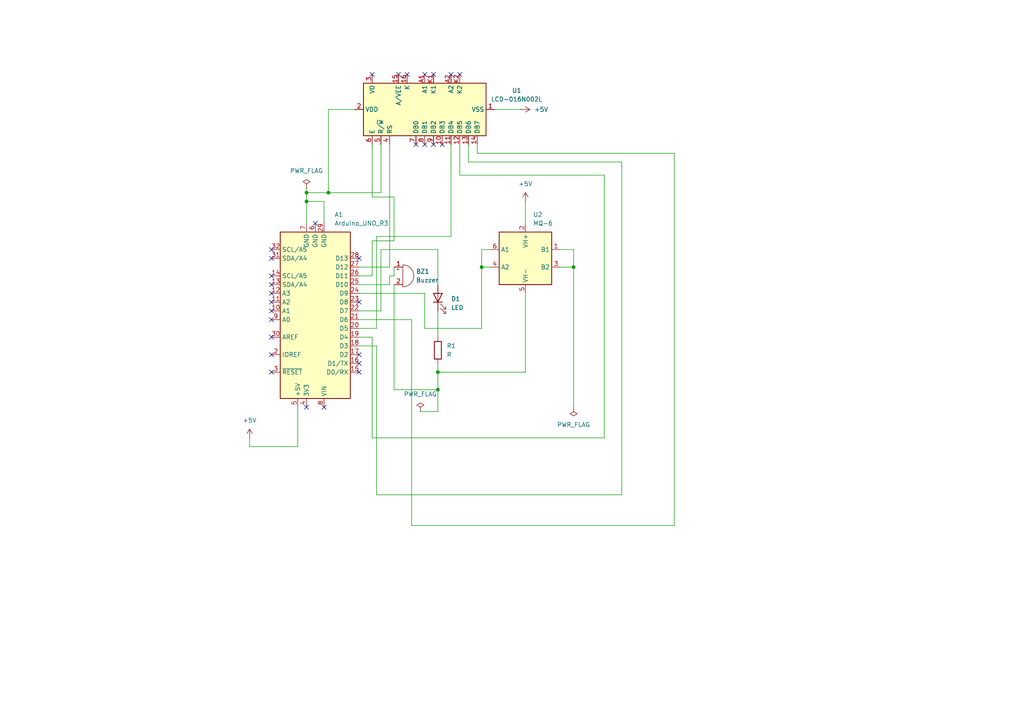
<source format=kicad_sch>
(kicad_sch (version 20231120) (generator "eeschema") (generator_version "8.0")
  (paper "A4")
  (lib_symbols
    (symbol "Device:Buzzer" (pin_names (offset 0.0254) hide)
      (property "Reference" "BZ" (at 3.81 1.27 0))
      (property "Value" "Buzzer" (at 3.81 -1.27 0))
      (symbol "Buzzer_0_1"
        (arc (start 0 -3.175) (mid 3.1612 0) (end 0 3.175))
        (polyline (pts (xy -1.651 1.905) (xy -1.143 1.905)))
        (polyline (pts (xy -1.397 2.159) (xy -1.397 1.651)))
        (polyline (pts (xy 0 3.175) (xy 0 -3.175)))
      )
      (symbol "Buzzer_1_1"
        (pin passive line (at -2.54 2.54 0) (length 2.54) (name "+") (number "1"))
        (pin passive line (at -2.54 -2.54 0) (length 2.54) (name "-") (number "2"))
      )
    )
    (symbol "Device:LED" (pin_numbers hide) (pin_names (offset 1.016) hide)
      (property "Reference" "D" (at 0 2.54 0))
      (property "Value" "LED" (at 0 -2.54 0))
      (symbol "LED_0_1"
        (polyline (pts (xy -1.27 -1.27) (xy -1.27 1.27)) (stroke (width 0.254)))
        (polyline (pts (xy -1.27 0) (xy 1.27 0)))
        (polyline (pts (xy 1.27 -1.27) (xy 1.27 1.27) (xy -1.27 0) (xy 1.27 -1.27)) (stroke (width 0.254)))
        (polyline (pts (xy -3.048 -0.762) (xy -4.572 -2.286) (xy -3.81 -2.286) (xy -4.572 -2.286) (xy -4.572 -1.524)))
        (polyline (pts (xy -1.778 -0.762) (xy -3.302 -2.286) (xy -2.54 -2.286) (xy -3.302 -2.286) (xy -3.302 -1.524)))
      )
      (symbol "LED_1_1"
        (pin passive line (at -3.81 0 0) (length 2.54) (name "K") (number "1"))
        (pin passive line (at 3.81 0 180) (length 2.54) (name "A") (number "2"))
      )
    )
    (symbol "Device:R" (pin_numbers hide) (pin_names (offset 0))
      (property "Reference" "R" (at 2.032 0 90))
      (property "Value" "R" (at 0 0 90))
      (symbol "R_0_1"
        (rectangle (start -1.016 -2.54) (end 1.016 2.54) (stroke (width 0.254)))
      )
      (symbol "R_1_1"
        (pin passive line (at 0 3.81 270) (length 1.27) (name "~") (number "1"))
        (pin passive line (at 0 -3.81 90) (length 1.27) (name "~") (number "2"))
      )
    )
    (symbol "Display_Character:LCD-016N002L"
      (property "Reference" "U" (at -6.35 18.796 0))
      (property "Value" "LCD-016N002L" (at 8.636 18.796 0))
      (symbol "LCD-016N002L_1_1"
        (rectangle (start -7.62 17.78) (end 7.62 -17.78) (stroke (width 0.254)) (fill (type background)))
        (pin power_in line (at 0 -20.32 90) (length 2.54) (name "VSS") (number "1"))
        (pin bidirectional line (at -10.16 -5.08 0) (length 2.54) (name "DB3") (number "10"))
        (pin bidirectional line (at -10.16 -7.62 0) (length 2.54) (name "DB4") (number "11"))
        (pin bidirectional line (at -10.16 -10.16 0) (length 2.54) (name "DB5") (number "12"))
        (pin bidirectional line (at -10.16 -12.7 0) (length 2.54) (name "DB6") (number "13"))
        (pin bidirectional line (at -10.16 -15.24 0) (length 2.54) (name "DB7") (number "14"))
        (pin power_in line (at 10.16 7.62 180) (length 2.54) (name "A/VEE") (number "15"))
        (pin power_in line (at 10.16 5.08 180) (length 2.54) (name "K") (number "16"))
        (pin power_in line (at 0 20.32 270) (length 2.54) (name "VDD") (number "2"))
        (pin input line (at 10.16 15.24 180) (length 2.54) (name "VO") (number "3"))
        (pin input line (at -10.16 10.16 0) (length 2.54) (name "RS") (number "4"))
        (pin input line (at -10.16 12.7 0) (length 2.54) (name "R/~{W}") (number "5"))
        (pin input line (at -10.16 15.24 0) (length 2.54) (name "E") (number "6"))
        (pin bidirectional line (at -10.16 2.54 0) (length 2.54) (name "DB0") (number "7"))
        (pin bidirectional line (at -10.16 0 0) (length 2.54) (name "DB1") (number "8"))
        (pin bidirectional line (at -10.16 -2.54 0) (length 2.54) (name "DB2") (number "9"))
        (pin power_in line (at 10.16 0 180) (length 2.54) (name "A1") (number "A1"))
        (pin power_in line (at 10.16 -7.62 180) (length 2.54) (name "A2") (number "A2"))
        (pin power_in line (at 10.16 -2.54 180) (length 2.54) (name "K1") (number "K1"))
        (pin power_in line (at 10.16 -10.16 180) (length 2.54) (name "K2") (number "K2"))
      )
    )
    (symbol "MCU_Module:Arduino_UNO_R3"
      (property "Reference" "A" (at -10.16 23.495 0))
      (property "Value" "Arduino_UNO_R3" (at 5.08 -26.67 0))
      (symbol "Arduino_UNO_R3_0_1"
        (rectangle (start -10.16 22.86) (end 10.16 -25.4) (stroke (width 0.254)) (fill (type background)))
      )
      (symbol "Arduino_UNO_R3_1_1"
        (pin no_connect line (at -10.16 -20.32 0) (length 2.54) hide (name "NC") (number "1"))
        (pin bidirectional line (at 12.7 -2.54 180) (length 2.54) (name "A1") (number "10"))
        (pin bidirectional line (at 12.7 -5.08 180) (length 2.54) (name "A2") (number "11"))
        (pin bidirectional line (at 12.7 -7.62 180) (length 2.54) (name "A3") (number "12"))
        (pin bidirectional line (at 12.7 -10.16 180) (length 2.54) (name "SDA/A4") (number "13"))
        (pin bidirectional line (at 12.7 -12.7 180) (length 2.54) (name "SCL/A5") (number "14"))
        (pin bidirectional line (at -12.7 15.24 0) (length 2.54) (name "D0/RX") (number "15"))
        (pin bidirectional line (at -12.7 12.7 0) (length 2.54) (name "D1/TX") (number "16"))
        (pin bidirectional line (at -12.7 10.16 0) (length 2.54) (name "D2") (number "17"))
        (pin bidirectional line (at -12.7 7.62 0) (length 2.54) (name "D3") (number "18"))
        (pin bidirectional line (at -12.7 5.08 0) (length 2.54) (name "D4") (number "19"))
        (pin output line (at 12.7 10.16 180) (length 2.54) (name "IOREF") (number "2"))
        (pin bidirectional line (at -12.7 2.54 0) (length 2.54) (name "D5") (number "20"))
        (pin bidirectional line (at -12.7 0 0) (length 2.54) (name "D6") (number "21"))
        (pin bidirectional line (at -12.7 -2.54 0) (length 2.54) (name "D7") (number "22"))
        (pin bidirectional line (at -12.7 -5.08 0) (length 2.54) (name "D8") (number "23"))
        (pin bidirectional line (at -12.7 -7.62 0) (length 2.54) (name "D9") (number "24"))
        (pin bidirectional line (at -12.7 -10.16 0) (length 2.54) (name "D10") (number "25"))
        (pin bidirectional line (at -12.7 -12.7 0) (length 2.54) (name "D11") (number "26"))
        (pin bidirectional line (at -12.7 -15.24 0) (length 2.54) (name "D12") (number "27"))
        (pin bidirectional line (at -12.7 -17.78 0) (length 2.54) (name "D13") (number "28"))
        (pin power_in line (at -2.54 -27.94 90) (length 2.54) (name "GND") (number "29"))
        (pin input line (at 12.7 15.24 180) (length 2.54) (name "~{RESET}") (number "3"))
        (pin input line (at 12.7 5.08 180) (length 2.54) (name "AREF") (number "30"))
        (pin bidirectional line (at 12.7 -17.78 180) (length 2.54) (name "SDA/A4") (number "31"))
        (pin bidirectional line (at 12.7 -20.32 180) (length 2.54) (name "SCL/A5") (number "32"))
        (pin power_out line (at 2.54 25.4 270) (length 2.54) (name "3V3") (number "4"))
        (pin power_out line (at 5.08 25.4 270) (length 2.54) (name "+5V") (number "5"))
        (pin power_in line (at 0 -27.94 90) (length 2.54) (name "GND") (number "6"))
        (pin power_in line (at 2.54 -27.94 90) (length 2.54) (name "GND") (number "7"))
        (pin power_in line (at -2.54 25.4 270) (length 2.54) (name "VIN") (number "8"))
        (pin bidirectional line (at 12.7 0 180) (length 2.54) (name "A0") (number "9"))
      )
    )
    (symbol "Sensor_Gas:MQ-6"
      (property "Reference" "U" (at -6.35 8.89 0))
      (property "Value" "MQ-6" (at 3.81 8.89 0))
      (symbol "MQ-6_0_1"
        (rectangle (start -7.62 7.62) (end 7.62 -7.62) (stroke (width 0.254)) (fill (type background)))
      )
      (symbol "MQ-6_1_1"
        (pin passive line (at 10.16 2.54 180) (length 2.54) (name "B1") (number "1"))
        (pin power_in line (at 0 10.16 270) (length 2.54) (name "VH+") (number "2"))
        (pin passive line (at 10.16 -2.54 180) (length 2.54) (name "B2") (number "3"))
        (pin passive line (at -10.16 -2.54 0) (length 2.54) (name "A2") (number "4"))
        (pin power_in line (at 0 -10.16 90) (length 2.54) (name "VH-") (number "5"))
        (pin passive line (at -10.16 2.54 0) (length 2.54) (name "A1") (number "6"))
      )
    )
    (symbol "power:+5V" (power) (pin_numbers hide) (pin_names (offset 0) hide)
      (property "Value" "+5V" (at 0 3.556 0))
      (symbol "+5V_0_1"
        (polyline (pts (xy -0.762 1.27) (xy 0 2.54)))
        (polyline (pts (xy 0 0) (xy 0 2.54)))
        (polyline (pts (xy 0 2.54) (xy 0.762 1.27)))
      )
      (symbol "+5V_1_1"
        (pin power_in line (at 0 0 90) (length 0) (name "~") (number "1"))
      )
    )
    (symbol "power:PWR_FLAG" (power) (pin_numbers hide) (pin_names (offset 0) hide)
      (property "Value" "PWR_FLAG" (at 0 3.81 0))
      (symbol "PWR_FLAG_0_0"
        (pin power_out line (at 0 0 90) (length 0) (name "~") (number "1"))
      )
      (symbol "PWR_FLAG_0_1"
        (polyline (pts (xy 0 0) (xy 0 1.27) (xy -1.016 1.905) (xy 0 2.54) (xy 1.016 1.905) (xy 0 1.27)))
      )
    )
  )
  (junction (at 127 107.95))
  (junction (at 88.9 55.88))
  (junction (at 95.25 55.88))
  (junction (at 139.7 77.47))
  (junction (at 88.9 58.42))
  (junction (at 166.37 77.47))
  (junction (at 127 113.03))
  (no_connect (at 78.74 72.39))
  (no_connect (at 78.74 80.01))
  (no_connect (at 118.11 21.59))
  (no_connect (at 91.44 64.77))
  (no_connect (at 104.14 107.95))
  (no_connect (at 78.74 92.71))
  (no_connect (at 78.74 107.95))
  (no_connect (at 104.14 105.41))
  (no_connect (at 78.74 74.93))
  (no_connect (at 78.74 97.79))
  (no_connect (at 107.95 21.59))
  (no_connect (at 78.74 102.87))
  (no_connect (at 93.98 118.11))
  (no_connect (at 78.74 82.55))
  (no_connect (at 104.14 74.93))
  (no_connect (at 120.65 41.91))
  (no_connect (at 78.74 87.63))
  (no_connect (at 128.27 41.91))
  (no_connect (at 133.35 21.59))
  (no_connect (at 78.74 90.17))
  (no_connect (at 78.74 85.09))
  (no_connect (at 123.19 21.59))
  (no_connect (at 115.57 21.59))
  (no_connect (at 123.19 41.91))
  (no_connect (at 125.73 21.59))
  (no_connect (at 125.73 41.91))
  (no_connect (at 88.9 118.11))
  (no_connect (at 104.14 102.87))
  (no_connect (at 104.14 87.63))
  (no_connect (at 130.81 21.59))
  (wire (pts (xy 152.4 107.95) (xy 127 107.95)))
  (wire (pts (xy 95.25 31.75) (xy 102.87 31.75)))
  (wire (pts (xy 114.3 69.85) (xy 107.95 69.85)))
  (wire (pts (xy 135.89 41.91) (xy 135.89 46.99)))
  (wire (pts (xy 123.19 85.09) (xy 123.19 95.25)))
  (wire (pts (xy 127 72.39) (xy 110.49 72.39)))
  (wire (pts (xy 107.95 69.85) (xy 107.95 80.01)))
  (wire (pts (xy 175.26 50.8) (xy 133.35 50.8)))
  (wire (pts (xy 109.22 100.33) (xy 104.14 100.33)))
  (wire (pts (xy 104.14 97.79) (xy 107.95 97.79)))
  (wire (pts (xy 109.22 143.51) (xy 109.22 100.33)))
  (wire (pts (xy 86.36 129.54) (xy 86.36 118.11)))
  (wire (pts (xy 110.49 41.91) (xy 110.49 55.88)))
  (wire (pts (xy 113.03 82.55) (xy 113.03 80.01)))
  (wire (pts (xy 107.95 80.01) (xy 104.14 80.01)))
  (wire (pts (xy 88.9 54.61) (xy 88.9 55.88)))
  (wire (pts (xy 195.58 152.4) (xy 195.58 44.45)))
  (wire (pts (xy 93.98 58.42) (xy 93.98 64.77)))
  (wire (pts (xy 109.22 68.58) (xy 109.22 95.25)))
  (wire (pts (xy 138.43 44.45) (xy 138.43 41.91)))
  (wire (pts (xy 133.35 50.8) (xy 133.35 41.91)))
  (wire (pts (xy 95.25 31.75) (xy 95.25 55.88)))
  (wire (pts (xy 113.03 77.47) (xy 104.14 77.47)))
  (wire (pts (xy 110.49 72.39) (xy 110.49 90.17)))
  (wire (pts (xy 113.03 41.91) (xy 113.03 77.47)))
  (wire (pts (xy 110.49 55.88) (xy 95.25 55.88)))
  (wire (pts (xy 152.4 58.42) (xy 152.4 64.77)))
  (wire (pts (xy 127 90.17) (xy 127 97.79)))
  (wire (pts (xy 107.95 97.79) (xy 107.95 127)))
  (wire (pts (xy 166.37 77.47) (xy 162.56 77.47)))
  (wire (pts (xy 88.9 58.42) (xy 88.9 64.77)))
  (wire (pts (xy 72.39 129.54) (xy 86.36 129.54)))
  (wire (pts (xy 123.19 95.25) (xy 139.7 95.25)))
  (wire (pts (xy 162.56 72.39) (xy 166.37 72.39)))
  (wire (pts (xy 72.39 127) (xy 72.39 129.54)))
  (wire (pts (xy 166.37 77.47) (xy 166.37 118.11)))
  (wire (pts (xy 88.9 58.42) (xy 93.98 58.42)))
  (wire (pts (xy 180.34 143.51) (xy 109.22 143.51)))
  (wire (pts (xy 180.34 46.99) (xy 180.34 143.51)))
  (wire (pts (xy 114.3 80.01) (xy 114.3 77.47)))
  (wire (pts (xy 114.3 113.03) (xy 127 113.03)))
  (wire (pts (xy 113.03 80.01) (xy 114.3 80.01)))
  (wire (pts (xy 109.22 95.25) (xy 104.14 95.25)))
  (wire (pts (xy 114.3 82.55) (xy 114.3 113.03)))
  (wire (pts (xy 139.7 77.47) (xy 142.24 77.47)))
  (wire (pts (xy 104.14 85.09) (xy 123.19 85.09)))
  (wire (pts (xy 130.81 68.58) (xy 109.22 68.58)))
  (wire (pts (xy 175.26 127) (xy 175.26 50.8)))
  (wire (pts (xy 166.37 72.39) (xy 166.37 77.47)))
  (wire (pts (xy 195.58 44.45) (xy 138.43 44.45)))
  (wire (pts (xy 104.14 92.71) (xy 119.38 92.71)))
  (wire (pts (xy 135.89 46.99) (xy 180.34 46.99)))
  (wire (pts (xy 139.7 77.47) (xy 139.7 95.25)))
  (wire (pts (xy 139.7 72.39) (xy 139.7 77.47)))
  (wire (pts (xy 88.9 55.88) (xy 88.9 58.42)))
  (wire (pts (xy 104.14 90.17) (xy 110.49 90.17)))
  (wire (pts (xy 130.81 41.91) (xy 130.81 68.58)))
  (wire (pts (xy 127 105.41) (xy 127 107.95)))
  (wire (pts (xy 107.95 127) (xy 175.26 127)))
  (wire (pts (xy 127 82.55) (xy 127 72.39)))
  (wire (pts (xy 119.38 152.4) (xy 195.58 152.4)))
  (wire (pts (xy 152.4 85.09) (xy 152.4 107.95)))
  (wire (pts (xy 143.51 31.75) (xy 151.13 31.75)))
  (wire (pts (xy 127 107.95) (xy 127 113.03)))
  (wire (pts (xy 107.95 41.91) (xy 107.95 57.15)))
  (wire (pts (xy 127 113.03) (xy 127 119.38)))
  (wire (pts (xy 104.14 82.55) (xy 113.03 82.55)))
  (wire (pts (xy 121.92 119.38) (xy 127 119.38)))
  (wire (pts (xy 95.25 55.88) (xy 88.9 55.88)))
  (wire (pts (xy 114.3 57.15) (xy 114.3 69.85)))
  (wire (pts (xy 107.95 57.15) (xy 114.3 57.15)))
  (wire (pts (xy 142.24 72.39) (xy 139.7 72.39)))
  (wire (pts (xy 119.38 92.71) (xy 119.38 152.4)))
  (symbol (lib_id "power:PWR_FLAG") (at 121.92 119.38 0) (unit 1)
    (property "Reference" "#FLG02" (effects (hide yes)))
    (property "Value" "PWR_FLAG" (at 121.92 114.3 0))
    (property "Description" "Special symbol for telling ERC where power comes from" (effects (hide yes)))
  )
  (symbol (lib_id "Device:R") (at 127 101.6 0) (unit 1)
    (property "Reference" "R1" (at 129.54 100.3299 0) (effects (justify left)))
    (property "Value" "R" (at 129.54 102.8699 0) (effects (justify left)))
    (property "Footprint" "Resistor_THT:R_Axial_DIN0207_L6.3mm_D2.5mm_P5.08mm_Vertical" (effects (hide yes)))
    (property "Description" "Resistor" (effects (hide yes)))
  )
  (symbol (lib_id "Sensor_Gas:MQ-6") (at 152.4 74.93 0) (unit 1)
    (property "Reference" "U2" (at 154.5941 62.23 0) (effects (justify left)))
    (property "Value" "MQ-6" (at 154.5941 64.77 0) (effects (justify left)))
    (property "Footprint" "Sensor:MQ-6" (effects (hide yes)))
    (property "Datasheet" "https://www.winsen-sensor.com/d/files/semiconductor/mq-6.pdf" (effects (hide yes)))
    (property "Description" "Semiconductor Sensor for Flammable Gas" (effects (hide yes)))
  )
  (symbol (lib_id "power:PWR_FLAG") (at 166.37 118.11 180) (unit 1)
    (property "Reference" "#FLG03" (effects (hide yes)))
    (property "Value" "PWR_FLAG" (at 166.37 123.19 0))
    (property "Description" "Special symbol for telling ERC where power comes from" (effects (hide yes)))
  )
  (symbol (lib_id "power:+5V") (at 152.4 58.42 0) (unit 1)
    (property "Reference" "#PWR03" (effects (hide yes)))
    (property "Value" "+5V" (at 152.4 53.34 0))
    (property "Description" "Power symbol creates a global label with name \"+5V\"" (effects (hide yes)))
  )
  (symbol (lib_id "power:PWR_FLAG") (at 88.9 54.61 0) (unit 1)
    (property "Reference" "#FLG01" (effects (hide yes)))
    (property "Value" "PWR_FLAG" (at 88.9 49.53 0))
    (property "Description" "Special symbol for telling ERC where power comes from" (effects (hide yes)))
  )
  (symbol (lib_id "MCU_Module:Arduino_UNO_R3") (at 91.44 92.71 180) (unit 1)
    (property "Reference" "A1" (at 96.9965 62.23 0) (effects (justify right)))
    (property "Value" "Arduino_UNO_R3" (at 96.9965 64.77 0) (effects (justify right)))
    (property "Footprint" "Module:Arduino_UNO_R3" (effects (hide yes)))
    (property "Datasheet" "https://www.arduino.cc/en/Main/arduinoBoardUno" (effects (hide yes)))
    (property "Description" "Arduino UNO Microcontroller Module, release 3" (effects (hide yes)))
  )
  (symbol (lib_id "power:+5V") (at 72.39 127 0) (unit 1)
    (property "Reference" "#PWR01" (effects (hide yes)))
    (property "Value" "+5V" (at 72.39 121.92 0))
    (property "Description" "Power symbol creates a global label with name \"+5V\"" (effects (hide yes)))
  )
  (symbol (lib_id "Display_Character:LCD-016N002L") (at 123.19 31.75 90) (unit 1)
    (property "Reference" "U1" (at 149.86 26.2538 90))
    (property "Value" "LCD-016N002L" (at 149.86 28.7938 90))
    (property "Footprint" "Display:LCD-016N002L" (effects (hide yes)))
    (property "Datasheet" "http://www.vishay.com/docs/37299/37299.pdf" (effects (hide yes)))
    (property "Description" "LCD 12x2, 8 bit parallel bus, 3V or 5V VDD" (effects (hide yes)))
  )
  (symbol (lib_id "Device:Buzzer") (at 116.84 80.01 0) (unit 1)
    (property "Reference" "BZ1" (at 120.65 78.7399 0) (effects (justify left)))
    (property "Value" "Buzzer" (at 120.65 81.2799 0) (effects (justify left)))
    (property "Footprint" "Buzzer_Beeper:Buzzer_12x9.5RM7.6" (effects (hide yes)))
    (property "Description" "Buzzer, polarized" (effects (hide yes)))
  )
  (symbol (lib_id "power:+5V") (at 151.13 31.75 270) (unit 1)
    (property "Reference" "#PWR02" (effects (hide yes)))
    (property "Value" "+5V" (at 154.94 31.7499 90) (effects (justify left)))
    (property "Description" "Power symbol creates a global label with name \"+5V\"" (effects (hide yes)))
  )
  (symbol (lib_id "Device:LED") (at 127 86.36 90) (unit 1)
    (property "Reference" "D1" (at 130.81 86.6774 90) (effects (justify right)))
    (property "Value" "LED" (at 130.81 89.2174 90) (effects (justify right)))
    (property "Footprint" "LED_THT:LED_D3.0mm" (effects (hide yes)))
    (property "Description" "Light emitting diode" (effects (hide yes)))
  )
)
</source>
